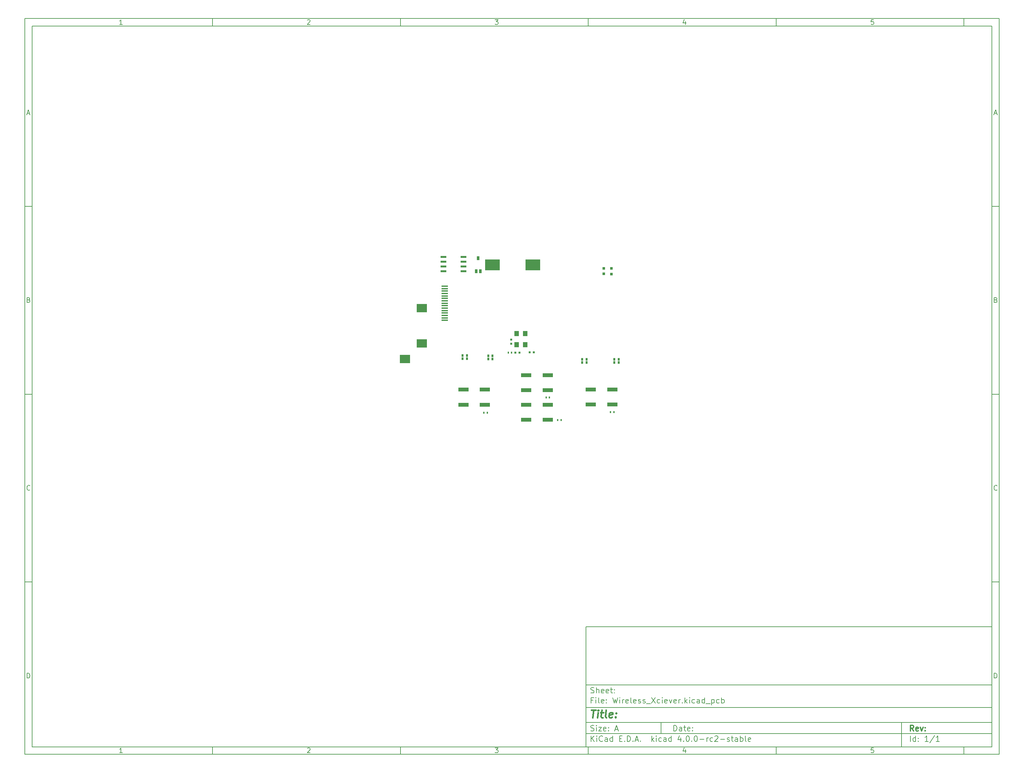
<source format=gbr>
G04 #@! TF.FileFunction,Paste,Bot*
%FSLAX46Y46*%
G04 Gerber Fmt 4.6, Leading zero omitted, Abs format (unit mm)*
G04 Created by KiCad (PCBNEW 4.0.0-rc2-stable) date 1/25/2016 6:21:02 PM*
%MOMM*%
G01*
G04 APERTURE LIST*
%ADD10C,0.100000*%
%ADD11C,0.150000*%
%ADD12C,0.300000*%
%ADD13C,0.400000*%
%ADD14R,0.570000X0.650000*%
%ADD15R,2.750000X1.000000*%
%ADD16R,0.800000X0.800000*%
%ADD17R,1.550000X0.600000*%
%ADD18R,0.800000X1.100000*%
%ADD19R,0.800100X1.100000*%
%ADD20R,4.000000X3.000000*%
%ADD21R,1.800000X0.350000*%
%ADD22R,0.400000X0.600000*%
%ADD23R,0.600000X0.500000*%
%ADD24R,0.500000X0.600000*%
%ADD25R,1.245000X1.448000*%
%ADD26R,2.800000X2.200000*%
G04 APERTURE END LIST*
D10*
D11*
X159400000Y-171900000D02*
X159400000Y-203900000D01*
X267400000Y-203900000D01*
X267400000Y-171900000D01*
X159400000Y-171900000D01*
D10*
D11*
X10000000Y-10000000D02*
X10000000Y-205900000D01*
X269400000Y-205900000D01*
X269400000Y-10000000D01*
X10000000Y-10000000D01*
D10*
D11*
X12000000Y-12000000D02*
X12000000Y-203900000D01*
X267400000Y-203900000D01*
X267400000Y-12000000D01*
X12000000Y-12000000D01*
D10*
D11*
X60000000Y-12000000D02*
X60000000Y-10000000D01*
D10*
D11*
X110000000Y-12000000D02*
X110000000Y-10000000D01*
D10*
D11*
X160000000Y-12000000D02*
X160000000Y-10000000D01*
D10*
D11*
X210000000Y-12000000D02*
X210000000Y-10000000D01*
D10*
D11*
X260000000Y-12000000D02*
X260000000Y-10000000D01*
D10*
D11*
X35990476Y-11588095D02*
X35247619Y-11588095D01*
X35619048Y-11588095D02*
X35619048Y-10288095D01*
X35495238Y-10473810D01*
X35371429Y-10597619D01*
X35247619Y-10659524D01*
D10*
D11*
X85247619Y-10411905D02*
X85309524Y-10350000D01*
X85433333Y-10288095D01*
X85742857Y-10288095D01*
X85866667Y-10350000D01*
X85928571Y-10411905D01*
X85990476Y-10535714D01*
X85990476Y-10659524D01*
X85928571Y-10845238D01*
X85185714Y-11588095D01*
X85990476Y-11588095D01*
D10*
D11*
X135185714Y-10288095D02*
X135990476Y-10288095D01*
X135557143Y-10783333D01*
X135742857Y-10783333D01*
X135866667Y-10845238D01*
X135928571Y-10907143D01*
X135990476Y-11030952D01*
X135990476Y-11340476D01*
X135928571Y-11464286D01*
X135866667Y-11526190D01*
X135742857Y-11588095D01*
X135371429Y-11588095D01*
X135247619Y-11526190D01*
X135185714Y-11464286D01*
D10*
D11*
X185866667Y-10721429D02*
X185866667Y-11588095D01*
X185557143Y-10226190D02*
X185247619Y-11154762D01*
X186052381Y-11154762D01*
D10*
D11*
X235928571Y-10288095D02*
X235309524Y-10288095D01*
X235247619Y-10907143D01*
X235309524Y-10845238D01*
X235433333Y-10783333D01*
X235742857Y-10783333D01*
X235866667Y-10845238D01*
X235928571Y-10907143D01*
X235990476Y-11030952D01*
X235990476Y-11340476D01*
X235928571Y-11464286D01*
X235866667Y-11526190D01*
X235742857Y-11588095D01*
X235433333Y-11588095D01*
X235309524Y-11526190D01*
X235247619Y-11464286D01*
D10*
D11*
X60000000Y-203900000D02*
X60000000Y-205900000D01*
D10*
D11*
X110000000Y-203900000D02*
X110000000Y-205900000D01*
D10*
D11*
X160000000Y-203900000D02*
X160000000Y-205900000D01*
D10*
D11*
X210000000Y-203900000D02*
X210000000Y-205900000D01*
D10*
D11*
X260000000Y-203900000D02*
X260000000Y-205900000D01*
D10*
D11*
X35990476Y-205488095D02*
X35247619Y-205488095D01*
X35619048Y-205488095D02*
X35619048Y-204188095D01*
X35495238Y-204373810D01*
X35371429Y-204497619D01*
X35247619Y-204559524D01*
D10*
D11*
X85247619Y-204311905D02*
X85309524Y-204250000D01*
X85433333Y-204188095D01*
X85742857Y-204188095D01*
X85866667Y-204250000D01*
X85928571Y-204311905D01*
X85990476Y-204435714D01*
X85990476Y-204559524D01*
X85928571Y-204745238D01*
X85185714Y-205488095D01*
X85990476Y-205488095D01*
D10*
D11*
X135185714Y-204188095D02*
X135990476Y-204188095D01*
X135557143Y-204683333D01*
X135742857Y-204683333D01*
X135866667Y-204745238D01*
X135928571Y-204807143D01*
X135990476Y-204930952D01*
X135990476Y-205240476D01*
X135928571Y-205364286D01*
X135866667Y-205426190D01*
X135742857Y-205488095D01*
X135371429Y-205488095D01*
X135247619Y-205426190D01*
X135185714Y-205364286D01*
D10*
D11*
X185866667Y-204621429D02*
X185866667Y-205488095D01*
X185557143Y-204126190D02*
X185247619Y-205054762D01*
X186052381Y-205054762D01*
D10*
D11*
X235928571Y-204188095D02*
X235309524Y-204188095D01*
X235247619Y-204807143D01*
X235309524Y-204745238D01*
X235433333Y-204683333D01*
X235742857Y-204683333D01*
X235866667Y-204745238D01*
X235928571Y-204807143D01*
X235990476Y-204930952D01*
X235990476Y-205240476D01*
X235928571Y-205364286D01*
X235866667Y-205426190D01*
X235742857Y-205488095D01*
X235433333Y-205488095D01*
X235309524Y-205426190D01*
X235247619Y-205364286D01*
D10*
D11*
X10000000Y-60000000D02*
X12000000Y-60000000D01*
D10*
D11*
X10000000Y-110000000D02*
X12000000Y-110000000D01*
D10*
D11*
X10000000Y-160000000D02*
X12000000Y-160000000D01*
D10*
D11*
X10690476Y-35216667D02*
X11309524Y-35216667D01*
X10566667Y-35588095D02*
X11000000Y-34288095D01*
X11433333Y-35588095D01*
D10*
D11*
X11092857Y-84907143D02*
X11278571Y-84969048D01*
X11340476Y-85030952D01*
X11402381Y-85154762D01*
X11402381Y-85340476D01*
X11340476Y-85464286D01*
X11278571Y-85526190D01*
X11154762Y-85588095D01*
X10659524Y-85588095D01*
X10659524Y-84288095D01*
X11092857Y-84288095D01*
X11216667Y-84350000D01*
X11278571Y-84411905D01*
X11340476Y-84535714D01*
X11340476Y-84659524D01*
X11278571Y-84783333D01*
X11216667Y-84845238D01*
X11092857Y-84907143D01*
X10659524Y-84907143D01*
D10*
D11*
X11402381Y-135464286D02*
X11340476Y-135526190D01*
X11154762Y-135588095D01*
X11030952Y-135588095D01*
X10845238Y-135526190D01*
X10721429Y-135402381D01*
X10659524Y-135278571D01*
X10597619Y-135030952D01*
X10597619Y-134845238D01*
X10659524Y-134597619D01*
X10721429Y-134473810D01*
X10845238Y-134350000D01*
X11030952Y-134288095D01*
X11154762Y-134288095D01*
X11340476Y-134350000D01*
X11402381Y-134411905D01*
D10*
D11*
X10659524Y-185588095D02*
X10659524Y-184288095D01*
X10969048Y-184288095D01*
X11154762Y-184350000D01*
X11278571Y-184473810D01*
X11340476Y-184597619D01*
X11402381Y-184845238D01*
X11402381Y-185030952D01*
X11340476Y-185278571D01*
X11278571Y-185402381D01*
X11154762Y-185526190D01*
X10969048Y-185588095D01*
X10659524Y-185588095D01*
D10*
D11*
X269400000Y-60000000D02*
X267400000Y-60000000D01*
D10*
D11*
X269400000Y-110000000D02*
X267400000Y-110000000D01*
D10*
D11*
X269400000Y-160000000D02*
X267400000Y-160000000D01*
D10*
D11*
X268090476Y-35216667D02*
X268709524Y-35216667D01*
X267966667Y-35588095D02*
X268400000Y-34288095D01*
X268833333Y-35588095D01*
D10*
D11*
X268492857Y-84907143D02*
X268678571Y-84969048D01*
X268740476Y-85030952D01*
X268802381Y-85154762D01*
X268802381Y-85340476D01*
X268740476Y-85464286D01*
X268678571Y-85526190D01*
X268554762Y-85588095D01*
X268059524Y-85588095D01*
X268059524Y-84288095D01*
X268492857Y-84288095D01*
X268616667Y-84350000D01*
X268678571Y-84411905D01*
X268740476Y-84535714D01*
X268740476Y-84659524D01*
X268678571Y-84783333D01*
X268616667Y-84845238D01*
X268492857Y-84907143D01*
X268059524Y-84907143D01*
D10*
D11*
X268802381Y-135464286D02*
X268740476Y-135526190D01*
X268554762Y-135588095D01*
X268430952Y-135588095D01*
X268245238Y-135526190D01*
X268121429Y-135402381D01*
X268059524Y-135278571D01*
X267997619Y-135030952D01*
X267997619Y-134845238D01*
X268059524Y-134597619D01*
X268121429Y-134473810D01*
X268245238Y-134350000D01*
X268430952Y-134288095D01*
X268554762Y-134288095D01*
X268740476Y-134350000D01*
X268802381Y-134411905D01*
D10*
D11*
X268059524Y-185588095D02*
X268059524Y-184288095D01*
X268369048Y-184288095D01*
X268554762Y-184350000D01*
X268678571Y-184473810D01*
X268740476Y-184597619D01*
X268802381Y-184845238D01*
X268802381Y-185030952D01*
X268740476Y-185278571D01*
X268678571Y-185402381D01*
X268554762Y-185526190D01*
X268369048Y-185588095D01*
X268059524Y-185588095D01*
D10*
D11*
X182757143Y-199678571D02*
X182757143Y-198178571D01*
X183114286Y-198178571D01*
X183328571Y-198250000D01*
X183471429Y-198392857D01*
X183542857Y-198535714D01*
X183614286Y-198821429D01*
X183614286Y-199035714D01*
X183542857Y-199321429D01*
X183471429Y-199464286D01*
X183328571Y-199607143D01*
X183114286Y-199678571D01*
X182757143Y-199678571D01*
X184900000Y-199678571D02*
X184900000Y-198892857D01*
X184828571Y-198750000D01*
X184685714Y-198678571D01*
X184400000Y-198678571D01*
X184257143Y-198750000D01*
X184900000Y-199607143D02*
X184757143Y-199678571D01*
X184400000Y-199678571D01*
X184257143Y-199607143D01*
X184185714Y-199464286D01*
X184185714Y-199321429D01*
X184257143Y-199178571D01*
X184400000Y-199107143D01*
X184757143Y-199107143D01*
X184900000Y-199035714D01*
X185400000Y-198678571D02*
X185971429Y-198678571D01*
X185614286Y-198178571D02*
X185614286Y-199464286D01*
X185685714Y-199607143D01*
X185828572Y-199678571D01*
X185971429Y-199678571D01*
X187042857Y-199607143D02*
X186900000Y-199678571D01*
X186614286Y-199678571D01*
X186471429Y-199607143D01*
X186400000Y-199464286D01*
X186400000Y-198892857D01*
X186471429Y-198750000D01*
X186614286Y-198678571D01*
X186900000Y-198678571D01*
X187042857Y-198750000D01*
X187114286Y-198892857D01*
X187114286Y-199035714D01*
X186400000Y-199178571D01*
X187757143Y-199535714D02*
X187828571Y-199607143D01*
X187757143Y-199678571D01*
X187685714Y-199607143D01*
X187757143Y-199535714D01*
X187757143Y-199678571D01*
X187757143Y-198750000D02*
X187828571Y-198821429D01*
X187757143Y-198892857D01*
X187685714Y-198821429D01*
X187757143Y-198750000D01*
X187757143Y-198892857D01*
D10*
D11*
X159400000Y-200400000D02*
X267400000Y-200400000D01*
D10*
D11*
X160757143Y-202478571D02*
X160757143Y-200978571D01*
X161614286Y-202478571D02*
X160971429Y-201621429D01*
X161614286Y-200978571D02*
X160757143Y-201835714D01*
X162257143Y-202478571D02*
X162257143Y-201478571D01*
X162257143Y-200978571D02*
X162185714Y-201050000D01*
X162257143Y-201121429D01*
X162328571Y-201050000D01*
X162257143Y-200978571D01*
X162257143Y-201121429D01*
X163828572Y-202335714D02*
X163757143Y-202407143D01*
X163542857Y-202478571D01*
X163400000Y-202478571D01*
X163185715Y-202407143D01*
X163042857Y-202264286D01*
X162971429Y-202121429D01*
X162900000Y-201835714D01*
X162900000Y-201621429D01*
X162971429Y-201335714D01*
X163042857Y-201192857D01*
X163185715Y-201050000D01*
X163400000Y-200978571D01*
X163542857Y-200978571D01*
X163757143Y-201050000D01*
X163828572Y-201121429D01*
X165114286Y-202478571D02*
X165114286Y-201692857D01*
X165042857Y-201550000D01*
X164900000Y-201478571D01*
X164614286Y-201478571D01*
X164471429Y-201550000D01*
X165114286Y-202407143D02*
X164971429Y-202478571D01*
X164614286Y-202478571D01*
X164471429Y-202407143D01*
X164400000Y-202264286D01*
X164400000Y-202121429D01*
X164471429Y-201978571D01*
X164614286Y-201907143D01*
X164971429Y-201907143D01*
X165114286Y-201835714D01*
X166471429Y-202478571D02*
X166471429Y-200978571D01*
X166471429Y-202407143D02*
X166328572Y-202478571D01*
X166042858Y-202478571D01*
X165900000Y-202407143D01*
X165828572Y-202335714D01*
X165757143Y-202192857D01*
X165757143Y-201764286D01*
X165828572Y-201621429D01*
X165900000Y-201550000D01*
X166042858Y-201478571D01*
X166328572Y-201478571D01*
X166471429Y-201550000D01*
X168328572Y-201692857D02*
X168828572Y-201692857D01*
X169042858Y-202478571D02*
X168328572Y-202478571D01*
X168328572Y-200978571D01*
X169042858Y-200978571D01*
X169685715Y-202335714D02*
X169757143Y-202407143D01*
X169685715Y-202478571D01*
X169614286Y-202407143D01*
X169685715Y-202335714D01*
X169685715Y-202478571D01*
X170400001Y-202478571D02*
X170400001Y-200978571D01*
X170757144Y-200978571D01*
X170971429Y-201050000D01*
X171114287Y-201192857D01*
X171185715Y-201335714D01*
X171257144Y-201621429D01*
X171257144Y-201835714D01*
X171185715Y-202121429D01*
X171114287Y-202264286D01*
X170971429Y-202407143D01*
X170757144Y-202478571D01*
X170400001Y-202478571D01*
X171900001Y-202335714D02*
X171971429Y-202407143D01*
X171900001Y-202478571D01*
X171828572Y-202407143D01*
X171900001Y-202335714D01*
X171900001Y-202478571D01*
X172542858Y-202050000D02*
X173257144Y-202050000D01*
X172400001Y-202478571D02*
X172900001Y-200978571D01*
X173400001Y-202478571D01*
X173900001Y-202335714D02*
X173971429Y-202407143D01*
X173900001Y-202478571D01*
X173828572Y-202407143D01*
X173900001Y-202335714D01*
X173900001Y-202478571D01*
X176900001Y-202478571D02*
X176900001Y-200978571D01*
X177042858Y-201907143D02*
X177471429Y-202478571D01*
X177471429Y-201478571D02*
X176900001Y-202050000D01*
X178114287Y-202478571D02*
X178114287Y-201478571D01*
X178114287Y-200978571D02*
X178042858Y-201050000D01*
X178114287Y-201121429D01*
X178185715Y-201050000D01*
X178114287Y-200978571D01*
X178114287Y-201121429D01*
X179471430Y-202407143D02*
X179328573Y-202478571D01*
X179042859Y-202478571D01*
X178900001Y-202407143D01*
X178828573Y-202335714D01*
X178757144Y-202192857D01*
X178757144Y-201764286D01*
X178828573Y-201621429D01*
X178900001Y-201550000D01*
X179042859Y-201478571D01*
X179328573Y-201478571D01*
X179471430Y-201550000D01*
X180757144Y-202478571D02*
X180757144Y-201692857D01*
X180685715Y-201550000D01*
X180542858Y-201478571D01*
X180257144Y-201478571D01*
X180114287Y-201550000D01*
X180757144Y-202407143D02*
X180614287Y-202478571D01*
X180257144Y-202478571D01*
X180114287Y-202407143D01*
X180042858Y-202264286D01*
X180042858Y-202121429D01*
X180114287Y-201978571D01*
X180257144Y-201907143D01*
X180614287Y-201907143D01*
X180757144Y-201835714D01*
X182114287Y-202478571D02*
X182114287Y-200978571D01*
X182114287Y-202407143D02*
X181971430Y-202478571D01*
X181685716Y-202478571D01*
X181542858Y-202407143D01*
X181471430Y-202335714D01*
X181400001Y-202192857D01*
X181400001Y-201764286D01*
X181471430Y-201621429D01*
X181542858Y-201550000D01*
X181685716Y-201478571D01*
X181971430Y-201478571D01*
X182114287Y-201550000D01*
X184614287Y-201478571D02*
X184614287Y-202478571D01*
X184257144Y-200907143D02*
X183900001Y-201978571D01*
X184828573Y-201978571D01*
X185400001Y-202335714D02*
X185471429Y-202407143D01*
X185400001Y-202478571D01*
X185328572Y-202407143D01*
X185400001Y-202335714D01*
X185400001Y-202478571D01*
X186400001Y-200978571D02*
X186542858Y-200978571D01*
X186685715Y-201050000D01*
X186757144Y-201121429D01*
X186828573Y-201264286D01*
X186900001Y-201550000D01*
X186900001Y-201907143D01*
X186828573Y-202192857D01*
X186757144Y-202335714D01*
X186685715Y-202407143D01*
X186542858Y-202478571D01*
X186400001Y-202478571D01*
X186257144Y-202407143D01*
X186185715Y-202335714D01*
X186114287Y-202192857D01*
X186042858Y-201907143D01*
X186042858Y-201550000D01*
X186114287Y-201264286D01*
X186185715Y-201121429D01*
X186257144Y-201050000D01*
X186400001Y-200978571D01*
X187542858Y-202335714D02*
X187614286Y-202407143D01*
X187542858Y-202478571D01*
X187471429Y-202407143D01*
X187542858Y-202335714D01*
X187542858Y-202478571D01*
X188542858Y-200978571D02*
X188685715Y-200978571D01*
X188828572Y-201050000D01*
X188900001Y-201121429D01*
X188971430Y-201264286D01*
X189042858Y-201550000D01*
X189042858Y-201907143D01*
X188971430Y-202192857D01*
X188900001Y-202335714D01*
X188828572Y-202407143D01*
X188685715Y-202478571D01*
X188542858Y-202478571D01*
X188400001Y-202407143D01*
X188328572Y-202335714D01*
X188257144Y-202192857D01*
X188185715Y-201907143D01*
X188185715Y-201550000D01*
X188257144Y-201264286D01*
X188328572Y-201121429D01*
X188400001Y-201050000D01*
X188542858Y-200978571D01*
X189685715Y-201907143D02*
X190828572Y-201907143D01*
X191542858Y-202478571D02*
X191542858Y-201478571D01*
X191542858Y-201764286D02*
X191614286Y-201621429D01*
X191685715Y-201550000D01*
X191828572Y-201478571D01*
X191971429Y-201478571D01*
X193114286Y-202407143D02*
X192971429Y-202478571D01*
X192685715Y-202478571D01*
X192542857Y-202407143D01*
X192471429Y-202335714D01*
X192400000Y-202192857D01*
X192400000Y-201764286D01*
X192471429Y-201621429D01*
X192542857Y-201550000D01*
X192685715Y-201478571D01*
X192971429Y-201478571D01*
X193114286Y-201550000D01*
X193685714Y-201121429D02*
X193757143Y-201050000D01*
X193900000Y-200978571D01*
X194257143Y-200978571D01*
X194400000Y-201050000D01*
X194471429Y-201121429D01*
X194542857Y-201264286D01*
X194542857Y-201407143D01*
X194471429Y-201621429D01*
X193614286Y-202478571D01*
X194542857Y-202478571D01*
X195185714Y-201907143D02*
X196328571Y-201907143D01*
X196971428Y-202407143D02*
X197114285Y-202478571D01*
X197400000Y-202478571D01*
X197542857Y-202407143D01*
X197614285Y-202264286D01*
X197614285Y-202192857D01*
X197542857Y-202050000D01*
X197400000Y-201978571D01*
X197185714Y-201978571D01*
X197042857Y-201907143D01*
X196971428Y-201764286D01*
X196971428Y-201692857D01*
X197042857Y-201550000D01*
X197185714Y-201478571D01*
X197400000Y-201478571D01*
X197542857Y-201550000D01*
X198042857Y-201478571D02*
X198614286Y-201478571D01*
X198257143Y-200978571D02*
X198257143Y-202264286D01*
X198328571Y-202407143D01*
X198471429Y-202478571D01*
X198614286Y-202478571D01*
X199757143Y-202478571D02*
X199757143Y-201692857D01*
X199685714Y-201550000D01*
X199542857Y-201478571D01*
X199257143Y-201478571D01*
X199114286Y-201550000D01*
X199757143Y-202407143D02*
X199614286Y-202478571D01*
X199257143Y-202478571D01*
X199114286Y-202407143D01*
X199042857Y-202264286D01*
X199042857Y-202121429D01*
X199114286Y-201978571D01*
X199257143Y-201907143D01*
X199614286Y-201907143D01*
X199757143Y-201835714D01*
X200471429Y-202478571D02*
X200471429Y-200978571D01*
X200471429Y-201550000D02*
X200614286Y-201478571D01*
X200900000Y-201478571D01*
X201042857Y-201550000D01*
X201114286Y-201621429D01*
X201185715Y-201764286D01*
X201185715Y-202192857D01*
X201114286Y-202335714D01*
X201042857Y-202407143D01*
X200900000Y-202478571D01*
X200614286Y-202478571D01*
X200471429Y-202407143D01*
X202042858Y-202478571D02*
X201900000Y-202407143D01*
X201828572Y-202264286D01*
X201828572Y-200978571D01*
X203185714Y-202407143D02*
X203042857Y-202478571D01*
X202757143Y-202478571D01*
X202614286Y-202407143D01*
X202542857Y-202264286D01*
X202542857Y-201692857D01*
X202614286Y-201550000D01*
X202757143Y-201478571D01*
X203042857Y-201478571D01*
X203185714Y-201550000D01*
X203257143Y-201692857D01*
X203257143Y-201835714D01*
X202542857Y-201978571D01*
D10*
D11*
X159400000Y-197400000D02*
X267400000Y-197400000D01*
D10*
D12*
X246614286Y-199678571D02*
X246114286Y-198964286D01*
X245757143Y-199678571D02*
X245757143Y-198178571D01*
X246328571Y-198178571D01*
X246471429Y-198250000D01*
X246542857Y-198321429D01*
X246614286Y-198464286D01*
X246614286Y-198678571D01*
X246542857Y-198821429D01*
X246471429Y-198892857D01*
X246328571Y-198964286D01*
X245757143Y-198964286D01*
X247828571Y-199607143D02*
X247685714Y-199678571D01*
X247400000Y-199678571D01*
X247257143Y-199607143D01*
X247185714Y-199464286D01*
X247185714Y-198892857D01*
X247257143Y-198750000D01*
X247400000Y-198678571D01*
X247685714Y-198678571D01*
X247828571Y-198750000D01*
X247900000Y-198892857D01*
X247900000Y-199035714D01*
X247185714Y-199178571D01*
X248400000Y-198678571D02*
X248757143Y-199678571D01*
X249114285Y-198678571D01*
X249685714Y-199535714D02*
X249757142Y-199607143D01*
X249685714Y-199678571D01*
X249614285Y-199607143D01*
X249685714Y-199535714D01*
X249685714Y-199678571D01*
X249685714Y-198750000D02*
X249757142Y-198821429D01*
X249685714Y-198892857D01*
X249614285Y-198821429D01*
X249685714Y-198750000D01*
X249685714Y-198892857D01*
D10*
D11*
X160685714Y-199607143D02*
X160900000Y-199678571D01*
X161257143Y-199678571D01*
X161400000Y-199607143D01*
X161471429Y-199535714D01*
X161542857Y-199392857D01*
X161542857Y-199250000D01*
X161471429Y-199107143D01*
X161400000Y-199035714D01*
X161257143Y-198964286D01*
X160971429Y-198892857D01*
X160828571Y-198821429D01*
X160757143Y-198750000D01*
X160685714Y-198607143D01*
X160685714Y-198464286D01*
X160757143Y-198321429D01*
X160828571Y-198250000D01*
X160971429Y-198178571D01*
X161328571Y-198178571D01*
X161542857Y-198250000D01*
X162185714Y-199678571D02*
X162185714Y-198678571D01*
X162185714Y-198178571D02*
X162114285Y-198250000D01*
X162185714Y-198321429D01*
X162257142Y-198250000D01*
X162185714Y-198178571D01*
X162185714Y-198321429D01*
X162757143Y-198678571D02*
X163542857Y-198678571D01*
X162757143Y-199678571D01*
X163542857Y-199678571D01*
X164685714Y-199607143D02*
X164542857Y-199678571D01*
X164257143Y-199678571D01*
X164114286Y-199607143D01*
X164042857Y-199464286D01*
X164042857Y-198892857D01*
X164114286Y-198750000D01*
X164257143Y-198678571D01*
X164542857Y-198678571D01*
X164685714Y-198750000D01*
X164757143Y-198892857D01*
X164757143Y-199035714D01*
X164042857Y-199178571D01*
X165400000Y-199535714D02*
X165471428Y-199607143D01*
X165400000Y-199678571D01*
X165328571Y-199607143D01*
X165400000Y-199535714D01*
X165400000Y-199678571D01*
X165400000Y-198750000D02*
X165471428Y-198821429D01*
X165400000Y-198892857D01*
X165328571Y-198821429D01*
X165400000Y-198750000D01*
X165400000Y-198892857D01*
X167185714Y-199250000D02*
X167900000Y-199250000D01*
X167042857Y-199678571D02*
X167542857Y-198178571D01*
X168042857Y-199678571D01*
D10*
D11*
X245757143Y-202478571D02*
X245757143Y-200978571D01*
X247114286Y-202478571D02*
X247114286Y-200978571D01*
X247114286Y-202407143D02*
X246971429Y-202478571D01*
X246685715Y-202478571D01*
X246542857Y-202407143D01*
X246471429Y-202335714D01*
X246400000Y-202192857D01*
X246400000Y-201764286D01*
X246471429Y-201621429D01*
X246542857Y-201550000D01*
X246685715Y-201478571D01*
X246971429Y-201478571D01*
X247114286Y-201550000D01*
X247828572Y-202335714D02*
X247900000Y-202407143D01*
X247828572Y-202478571D01*
X247757143Y-202407143D01*
X247828572Y-202335714D01*
X247828572Y-202478571D01*
X247828572Y-201550000D02*
X247900000Y-201621429D01*
X247828572Y-201692857D01*
X247757143Y-201621429D01*
X247828572Y-201550000D01*
X247828572Y-201692857D01*
X250471429Y-202478571D02*
X249614286Y-202478571D01*
X250042858Y-202478571D02*
X250042858Y-200978571D01*
X249900001Y-201192857D01*
X249757143Y-201335714D01*
X249614286Y-201407143D01*
X252185714Y-200907143D02*
X250900000Y-202835714D01*
X253471429Y-202478571D02*
X252614286Y-202478571D01*
X253042858Y-202478571D02*
X253042858Y-200978571D01*
X252900001Y-201192857D01*
X252757143Y-201335714D01*
X252614286Y-201407143D01*
D10*
D11*
X159400000Y-193400000D02*
X267400000Y-193400000D01*
D10*
D13*
X160852381Y-194104762D02*
X161995238Y-194104762D01*
X161173810Y-196104762D02*
X161423810Y-194104762D01*
X162411905Y-196104762D02*
X162578571Y-194771429D01*
X162661905Y-194104762D02*
X162554762Y-194200000D01*
X162638095Y-194295238D01*
X162745239Y-194200000D01*
X162661905Y-194104762D01*
X162638095Y-194295238D01*
X163245238Y-194771429D02*
X164007143Y-194771429D01*
X163614286Y-194104762D02*
X163400000Y-195819048D01*
X163471430Y-196009524D01*
X163650001Y-196104762D01*
X163840477Y-196104762D01*
X164792858Y-196104762D02*
X164614287Y-196009524D01*
X164542857Y-195819048D01*
X164757143Y-194104762D01*
X166328572Y-196009524D02*
X166126191Y-196104762D01*
X165745239Y-196104762D01*
X165566667Y-196009524D01*
X165495238Y-195819048D01*
X165590476Y-195057143D01*
X165709524Y-194866667D01*
X165911905Y-194771429D01*
X166292857Y-194771429D01*
X166471429Y-194866667D01*
X166542857Y-195057143D01*
X166519048Y-195247619D01*
X165542857Y-195438095D01*
X167292857Y-195914286D02*
X167376192Y-196009524D01*
X167269048Y-196104762D01*
X167185715Y-196009524D01*
X167292857Y-195914286D01*
X167269048Y-196104762D01*
X167423810Y-194866667D02*
X167507144Y-194961905D01*
X167400000Y-195057143D01*
X167316667Y-194961905D01*
X167423810Y-194866667D01*
X167400000Y-195057143D01*
D10*
D11*
X161257143Y-191492857D02*
X160757143Y-191492857D01*
X160757143Y-192278571D02*
X160757143Y-190778571D01*
X161471429Y-190778571D01*
X162042857Y-192278571D02*
X162042857Y-191278571D01*
X162042857Y-190778571D02*
X161971428Y-190850000D01*
X162042857Y-190921429D01*
X162114285Y-190850000D01*
X162042857Y-190778571D01*
X162042857Y-190921429D01*
X162971429Y-192278571D02*
X162828571Y-192207143D01*
X162757143Y-192064286D01*
X162757143Y-190778571D01*
X164114285Y-192207143D02*
X163971428Y-192278571D01*
X163685714Y-192278571D01*
X163542857Y-192207143D01*
X163471428Y-192064286D01*
X163471428Y-191492857D01*
X163542857Y-191350000D01*
X163685714Y-191278571D01*
X163971428Y-191278571D01*
X164114285Y-191350000D01*
X164185714Y-191492857D01*
X164185714Y-191635714D01*
X163471428Y-191778571D01*
X164828571Y-192135714D02*
X164899999Y-192207143D01*
X164828571Y-192278571D01*
X164757142Y-192207143D01*
X164828571Y-192135714D01*
X164828571Y-192278571D01*
X164828571Y-191350000D02*
X164899999Y-191421429D01*
X164828571Y-191492857D01*
X164757142Y-191421429D01*
X164828571Y-191350000D01*
X164828571Y-191492857D01*
X166542857Y-190778571D02*
X166900000Y-192278571D01*
X167185714Y-191207143D01*
X167471428Y-192278571D01*
X167828571Y-190778571D01*
X168400000Y-192278571D02*
X168400000Y-191278571D01*
X168400000Y-190778571D02*
X168328571Y-190850000D01*
X168400000Y-190921429D01*
X168471428Y-190850000D01*
X168400000Y-190778571D01*
X168400000Y-190921429D01*
X169114286Y-192278571D02*
X169114286Y-191278571D01*
X169114286Y-191564286D02*
X169185714Y-191421429D01*
X169257143Y-191350000D01*
X169400000Y-191278571D01*
X169542857Y-191278571D01*
X170614285Y-192207143D02*
X170471428Y-192278571D01*
X170185714Y-192278571D01*
X170042857Y-192207143D01*
X169971428Y-192064286D01*
X169971428Y-191492857D01*
X170042857Y-191350000D01*
X170185714Y-191278571D01*
X170471428Y-191278571D01*
X170614285Y-191350000D01*
X170685714Y-191492857D01*
X170685714Y-191635714D01*
X169971428Y-191778571D01*
X171542857Y-192278571D02*
X171399999Y-192207143D01*
X171328571Y-192064286D01*
X171328571Y-190778571D01*
X172685713Y-192207143D02*
X172542856Y-192278571D01*
X172257142Y-192278571D01*
X172114285Y-192207143D01*
X172042856Y-192064286D01*
X172042856Y-191492857D01*
X172114285Y-191350000D01*
X172257142Y-191278571D01*
X172542856Y-191278571D01*
X172685713Y-191350000D01*
X172757142Y-191492857D01*
X172757142Y-191635714D01*
X172042856Y-191778571D01*
X173328570Y-192207143D02*
X173471427Y-192278571D01*
X173757142Y-192278571D01*
X173899999Y-192207143D01*
X173971427Y-192064286D01*
X173971427Y-191992857D01*
X173899999Y-191850000D01*
X173757142Y-191778571D01*
X173542856Y-191778571D01*
X173399999Y-191707143D01*
X173328570Y-191564286D01*
X173328570Y-191492857D01*
X173399999Y-191350000D01*
X173542856Y-191278571D01*
X173757142Y-191278571D01*
X173899999Y-191350000D01*
X174542856Y-192207143D02*
X174685713Y-192278571D01*
X174971428Y-192278571D01*
X175114285Y-192207143D01*
X175185713Y-192064286D01*
X175185713Y-191992857D01*
X175114285Y-191850000D01*
X174971428Y-191778571D01*
X174757142Y-191778571D01*
X174614285Y-191707143D01*
X174542856Y-191564286D01*
X174542856Y-191492857D01*
X174614285Y-191350000D01*
X174757142Y-191278571D01*
X174971428Y-191278571D01*
X175114285Y-191350000D01*
X175471428Y-192421429D02*
X176614285Y-192421429D01*
X176828571Y-190778571D02*
X177828571Y-192278571D01*
X177828571Y-190778571D02*
X176828571Y-192278571D01*
X179042856Y-192207143D02*
X178899999Y-192278571D01*
X178614285Y-192278571D01*
X178471427Y-192207143D01*
X178399999Y-192135714D01*
X178328570Y-191992857D01*
X178328570Y-191564286D01*
X178399999Y-191421429D01*
X178471427Y-191350000D01*
X178614285Y-191278571D01*
X178899999Y-191278571D01*
X179042856Y-191350000D01*
X179685713Y-192278571D02*
X179685713Y-191278571D01*
X179685713Y-190778571D02*
X179614284Y-190850000D01*
X179685713Y-190921429D01*
X179757141Y-190850000D01*
X179685713Y-190778571D01*
X179685713Y-190921429D01*
X180971427Y-192207143D02*
X180828570Y-192278571D01*
X180542856Y-192278571D01*
X180399999Y-192207143D01*
X180328570Y-192064286D01*
X180328570Y-191492857D01*
X180399999Y-191350000D01*
X180542856Y-191278571D01*
X180828570Y-191278571D01*
X180971427Y-191350000D01*
X181042856Y-191492857D01*
X181042856Y-191635714D01*
X180328570Y-191778571D01*
X181542856Y-191278571D02*
X181899999Y-192278571D01*
X182257141Y-191278571D01*
X183399998Y-192207143D02*
X183257141Y-192278571D01*
X182971427Y-192278571D01*
X182828570Y-192207143D01*
X182757141Y-192064286D01*
X182757141Y-191492857D01*
X182828570Y-191350000D01*
X182971427Y-191278571D01*
X183257141Y-191278571D01*
X183399998Y-191350000D01*
X183471427Y-191492857D01*
X183471427Y-191635714D01*
X182757141Y-191778571D01*
X184114284Y-192278571D02*
X184114284Y-191278571D01*
X184114284Y-191564286D02*
X184185712Y-191421429D01*
X184257141Y-191350000D01*
X184399998Y-191278571D01*
X184542855Y-191278571D01*
X185042855Y-192135714D02*
X185114283Y-192207143D01*
X185042855Y-192278571D01*
X184971426Y-192207143D01*
X185042855Y-192135714D01*
X185042855Y-192278571D01*
X185757141Y-192278571D02*
X185757141Y-190778571D01*
X185899998Y-191707143D02*
X186328569Y-192278571D01*
X186328569Y-191278571D02*
X185757141Y-191850000D01*
X186971427Y-192278571D02*
X186971427Y-191278571D01*
X186971427Y-190778571D02*
X186899998Y-190850000D01*
X186971427Y-190921429D01*
X187042855Y-190850000D01*
X186971427Y-190778571D01*
X186971427Y-190921429D01*
X188328570Y-192207143D02*
X188185713Y-192278571D01*
X187899999Y-192278571D01*
X187757141Y-192207143D01*
X187685713Y-192135714D01*
X187614284Y-191992857D01*
X187614284Y-191564286D01*
X187685713Y-191421429D01*
X187757141Y-191350000D01*
X187899999Y-191278571D01*
X188185713Y-191278571D01*
X188328570Y-191350000D01*
X189614284Y-192278571D02*
X189614284Y-191492857D01*
X189542855Y-191350000D01*
X189399998Y-191278571D01*
X189114284Y-191278571D01*
X188971427Y-191350000D01*
X189614284Y-192207143D02*
X189471427Y-192278571D01*
X189114284Y-192278571D01*
X188971427Y-192207143D01*
X188899998Y-192064286D01*
X188899998Y-191921429D01*
X188971427Y-191778571D01*
X189114284Y-191707143D01*
X189471427Y-191707143D01*
X189614284Y-191635714D01*
X190971427Y-192278571D02*
X190971427Y-190778571D01*
X190971427Y-192207143D02*
X190828570Y-192278571D01*
X190542856Y-192278571D01*
X190399998Y-192207143D01*
X190328570Y-192135714D01*
X190257141Y-191992857D01*
X190257141Y-191564286D01*
X190328570Y-191421429D01*
X190399998Y-191350000D01*
X190542856Y-191278571D01*
X190828570Y-191278571D01*
X190971427Y-191350000D01*
X191328570Y-192421429D02*
X192471427Y-192421429D01*
X192828570Y-191278571D02*
X192828570Y-192778571D01*
X192828570Y-191350000D02*
X192971427Y-191278571D01*
X193257141Y-191278571D01*
X193399998Y-191350000D01*
X193471427Y-191421429D01*
X193542856Y-191564286D01*
X193542856Y-191992857D01*
X193471427Y-192135714D01*
X193399998Y-192207143D01*
X193257141Y-192278571D01*
X192971427Y-192278571D01*
X192828570Y-192207143D01*
X194828570Y-192207143D02*
X194685713Y-192278571D01*
X194399999Y-192278571D01*
X194257141Y-192207143D01*
X194185713Y-192135714D01*
X194114284Y-191992857D01*
X194114284Y-191564286D01*
X194185713Y-191421429D01*
X194257141Y-191350000D01*
X194399999Y-191278571D01*
X194685713Y-191278571D01*
X194828570Y-191350000D01*
X195471427Y-192278571D02*
X195471427Y-190778571D01*
X195471427Y-191350000D02*
X195614284Y-191278571D01*
X195899998Y-191278571D01*
X196042855Y-191350000D01*
X196114284Y-191421429D01*
X196185713Y-191564286D01*
X196185713Y-191992857D01*
X196114284Y-192135714D01*
X196042855Y-192207143D01*
X195899998Y-192278571D01*
X195614284Y-192278571D01*
X195471427Y-192207143D01*
D10*
D11*
X159400000Y-187400000D02*
X267400000Y-187400000D01*
D10*
D11*
X160685714Y-189507143D02*
X160900000Y-189578571D01*
X161257143Y-189578571D01*
X161400000Y-189507143D01*
X161471429Y-189435714D01*
X161542857Y-189292857D01*
X161542857Y-189150000D01*
X161471429Y-189007143D01*
X161400000Y-188935714D01*
X161257143Y-188864286D01*
X160971429Y-188792857D01*
X160828571Y-188721429D01*
X160757143Y-188650000D01*
X160685714Y-188507143D01*
X160685714Y-188364286D01*
X160757143Y-188221429D01*
X160828571Y-188150000D01*
X160971429Y-188078571D01*
X161328571Y-188078571D01*
X161542857Y-188150000D01*
X162185714Y-189578571D02*
X162185714Y-188078571D01*
X162828571Y-189578571D02*
X162828571Y-188792857D01*
X162757142Y-188650000D01*
X162614285Y-188578571D01*
X162400000Y-188578571D01*
X162257142Y-188650000D01*
X162185714Y-188721429D01*
X164114285Y-189507143D02*
X163971428Y-189578571D01*
X163685714Y-189578571D01*
X163542857Y-189507143D01*
X163471428Y-189364286D01*
X163471428Y-188792857D01*
X163542857Y-188650000D01*
X163685714Y-188578571D01*
X163971428Y-188578571D01*
X164114285Y-188650000D01*
X164185714Y-188792857D01*
X164185714Y-188935714D01*
X163471428Y-189078571D01*
X165399999Y-189507143D02*
X165257142Y-189578571D01*
X164971428Y-189578571D01*
X164828571Y-189507143D01*
X164757142Y-189364286D01*
X164757142Y-188792857D01*
X164828571Y-188650000D01*
X164971428Y-188578571D01*
X165257142Y-188578571D01*
X165399999Y-188650000D01*
X165471428Y-188792857D01*
X165471428Y-188935714D01*
X164757142Y-189078571D01*
X165899999Y-188578571D02*
X166471428Y-188578571D01*
X166114285Y-188078571D02*
X166114285Y-189364286D01*
X166185713Y-189507143D01*
X166328571Y-189578571D01*
X166471428Y-189578571D01*
X166971428Y-189435714D02*
X167042856Y-189507143D01*
X166971428Y-189578571D01*
X166899999Y-189507143D01*
X166971428Y-189435714D01*
X166971428Y-189578571D01*
X166971428Y-188650000D02*
X167042856Y-188721429D01*
X166971428Y-188792857D01*
X166899999Y-188721429D01*
X166971428Y-188650000D01*
X166971428Y-188792857D01*
D10*
D11*
X179400000Y-197400000D02*
X179400000Y-200400000D01*
D10*
D11*
X243400000Y-197400000D02*
X243400000Y-203900000D01*
D14*
X133360000Y-99795000D03*
X133360000Y-100645000D03*
X134530000Y-100645000D03*
X134530000Y-99795000D03*
D15*
X132505000Y-112795000D03*
X126755000Y-112795000D03*
X126755000Y-108795000D03*
X132505000Y-108795000D03*
X166380000Y-112745000D03*
X160630000Y-112745000D03*
X160630000Y-108745000D03*
X166380000Y-108745000D03*
D14*
X126560000Y-99670000D03*
X126560000Y-100520000D03*
X127730000Y-100520000D03*
X127730000Y-99670000D03*
D16*
X166180000Y-77995000D03*
X166180000Y-76495000D03*
X164105000Y-76480000D03*
X164105000Y-77980000D03*
D15*
X149255000Y-116845000D03*
X143505000Y-116845000D03*
X143505000Y-112845000D03*
X149255000Y-112845000D03*
D17*
X126835000Y-73475000D03*
X126835000Y-74745000D03*
X126835000Y-76015000D03*
X126835000Y-77285000D03*
X121435000Y-77285000D03*
X121435000Y-76015000D03*
X121435000Y-74745000D03*
X121435000Y-73475000D03*
D18*
X131275000Y-77315000D03*
X130175000Y-77315000D03*
D19*
X130725000Y-73765000D03*
D14*
X159550000Y-101545000D03*
X159550000Y-100695000D03*
X158380000Y-100695000D03*
X158380000Y-101545000D03*
X168075000Y-101545000D03*
X168075000Y-100695000D03*
X166905000Y-100695000D03*
X166905000Y-101545000D03*
D20*
X145275000Y-75565000D03*
X134475000Y-75565000D03*
D21*
X121829529Y-81253861D03*
X121829529Y-81903861D03*
X121829529Y-83203861D03*
X121829529Y-82553861D03*
X121829529Y-83853861D03*
X121829529Y-84503861D03*
X121829529Y-85153861D03*
X121829529Y-85803861D03*
X121829529Y-86453861D03*
X121829529Y-87103861D03*
X121829529Y-87753861D03*
X121829529Y-88403861D03*
X121829529Y-89053861D03*
X121829529Y-89703861D03*
X121829529Y-90353861D03*
D15*
X149255000Y-108920000D03*
X143505000Y-108920000D03*
X143505000Y-104920000D03*
X149255000Y-104920000D03*
D22*
X151880000Y-116870000D03*
X152780000Y-116870000D03*
X148780000Y-110870000D03*
X149680000Y-110870000D03*
X132230000Y-114945000D03*
X133130000Y-114945000D03*
X166805000Y-114795000D03*
X165905000Y-114795000D03*
D23*
X144430000Y-98870000D03*
X145530000Y-98870000D03*
X140555000Y-98970000D03*
X141655000Y-98970000D03*
D24*
X139455000Y-96570000D03*
X139455000Y-95470000D03*
D22*
X138705000Y-98920000D03*
X139605000Y-98920000D03*
D25*
X140970000Y-96817000D03*
X143180000Y-96817000D03*
X140970000Y-93845000D03*
X143180000Y-93845000D03*
D26*
X115680000Y-87120000D03*
X115680000Y-96520000D03*
X111230000Y-100620000D03*
M02*

</source>
